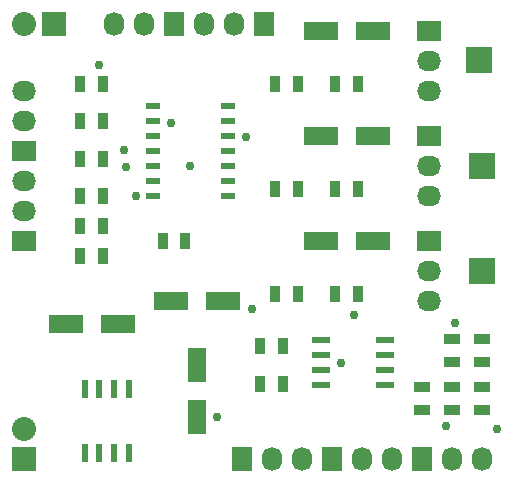
<source format=gts>
G04 #@! TF.FileFunction,Soldermask,Top*
%FSLAX46Y46*%
G04 Gerber Fmt 4.6, Leading zero omitted, Abs format (unit mm)*
G04 Created by KiCad (PCBNEW (2014-12-07 BZR 5316)-product) date 31/03/2015 20:39:07*
%MOMM*%
G01*
G04 APERTURE LIST*
%ADD10C,0.100000*%
%ADD11R,0.889000X1.397000*%
%ADD12R,2.999740X1.600200*%
%ADD13R,2.032000X2.032000*%
%ADD14O,2.032000X2.032000*%
%ADD15R,2.235200X2.235200*%
%ADD16R,1.397000X0.889000*%
%ADD17R,2.032000X1.727200*%
%ADD18O,2.032000X1.727200*%
%ADD19R,1.727200X2.032000*%
%ADD20O,1.727200X2.032000*%
%ADD21R,1.600000X0.600000*%
%ADD22R,1.600200X2.999740*%
%ADD23R,0.600000X1.600000*%
%ADD24R,1.143000X0.508000*%
%ADD25C,0.762000*%
G04 APERTURE END LIST*
D10*
D11*
X98742500Y-58420000D03*
X96837500Y-58420000D03*
D12*
X108879640Y-70485000D03*
X104480360Y-70485000D03*
X99989640Y-72390000D03*
X95590360Y-72390000D03*
D11*
X98742500Y-55245000D03*
X96837500Y-55245000D03*
X98742500Y-61595000D03*
X96837500Y-61595000D03*
D12*
X117180360Y-47625000D03*
X121579640Y-47625000D03*
X117180360Y-56515000D03*
X121579640Y-56515000D03*
X117180360Y-65405000D03*
X121579640Y-65405000D03*
D13*
X94615000Y-46990000D03*
D14*
X92075000Y-46990000D03*
D13*
X92075000Y-83820000D03*
D14*
X92075000Y-81280000D03*
D15*
X130556000Y-50038000D03*
X130810000Y-59055000D03*
X130810000Y-67945000D03*
D11*
X96837500Y-52070000D03*
X98742500Y-52070000D03*
X105727500Y-65405000D03*
X103822500Y-65405000D03*
X98742500Y-66675000D03*
X96837500Y-66675000D03*
X113347500Y-69850000D03*
X115252500Y-69850000D03*
X113347500Y-60960000D03*
X115252500Y-60960000D03*
X98742500Y-64135000D03*
X96837500Y-64135000D03*
D16*
X128270000Y-75628500D03*
X128270000Y-73723500D03*
D11*
X115252500Y-52070000D03*
X113347500Y-52070000D03*
X112077500Y-77470000D03*
X113982500Y-77470000D03*
X112077500Y-74295000D03*
X113982500Y-74295000D03*
D16*
X128270000Y-77787500D03*
X128270000Y-79692500D03*
X130810000Y-73723500D03*
X130810000Y-75628500D03*
X130810000Y-79692500D03*
X130810000Y-77787500D03*
X125730000Y-79692500D03*
X125730000Y-77787500D03*
D11*
X120332500Y-52070000D03*
X118427500Y-52070000D03*
X120332500Y-60960000D03*
X118427500Y-60960000D03*
X120332500Y-69850000D03*
X118427500Y-69850000D03*
D17*
X92075000Y-57785000D03*
D18*
X92075000Y-55245000D03*
X92075000Y-52705000D03*
D17*
X92075000Y-65405000D03*
D18*
X92075000Y-62865000D03*
X92075000Y-60325000D03*
D19*
X104775000Y-46990000D03*
D20*
X102235000Y-46990000D03*
X99695000Y-46990000D03*
D19*
X112395000Y-46990000D03*
D20*
X109855000Y-46990000D03*
X107315000Y-46990000D03*
D17*
X126365000Y-47625000D03*
D18*
X126365000Y-50165000D03*
X126365000Y-52705000D03*
D17*
X126365000Y-56515000D03*
D18*
X126365000Y-59055000D03*
X126365000Y-61595000D03*
D17*
X126365000Y-65405000D03*
D18*
X126365000Y-67945000D03*
X126365000Y-70485000D03*
D21*
X122588000Y-73817000D03*
X117188000Y-73817000D03*
X122588000Y-75067000D03*
X122588000Y-76317000D03*
X122588000Y-77567000D03*
X117188000Y-75067000D03*
X117188000Y-76317000D03*
X117188000Y-77567000D03*
D22*
X106680000Y-75905360D03*
X106680000Y-80304640D03*
D19*
X110490000Y-83820000D03*
D20*
X113030000Y-83820000D03*
X115570000Y-83820000D03*
D19*
X118110000Y-83820000D03*
D20*
X120650000Y-83820000D03*
X123190000Y-83820000D03*
D19*
X125730000Y-83820000D03*
D20*
X128270000Y-83820000D03*
X130810000Y-83820000D03*
D23*
X97185000Y-77945000D03*
X97185000Y-83345000D03*
X98435000Y-77945000D03*
X99685000Y-77945000D03*
X100935000Y-77945000D03*
X98435000Y-83345000D03*
X99685000Y-83345000D03*
X100935000Y-83345000D03*
D24*
X109347000Y-61595000D03*
X109347000Y-60325000D03*
X109347000Y-59055000D03*
X109347000Y-57785000D03*
X109347000Y-56515000D03*
X109347000Y-55245000D03*
X109347000Y-53975000D03*
X102997000Y-53975000D03*
X102997000Y-55245000D03*
X102997000Y-57785000D03*
X102997000Y-59055000D03*
X102997000Y-60325000D03*
X102997000Y-61595000D03*
X102997000Y-56515000D03*
D25*
X98407700Y-50467500D03*
X100692700Y-59139100D03*
X106124100Y-59055000D03*
X118898300Y-75760200D03*
X104536400Y-55430300D03*
X100559700Y-57660900D03*
X108399900Y-80293800D03*
X111320300Y-71120300D03*
X101525900Y-61595000D03*
X110839300Y-56590200D03*
X128536700Y-72382800D03*
X127818100Y-81089300D03*
X132080000Y-81280000D03*
X119978800Y-71651600D03*
M02*

</source>
